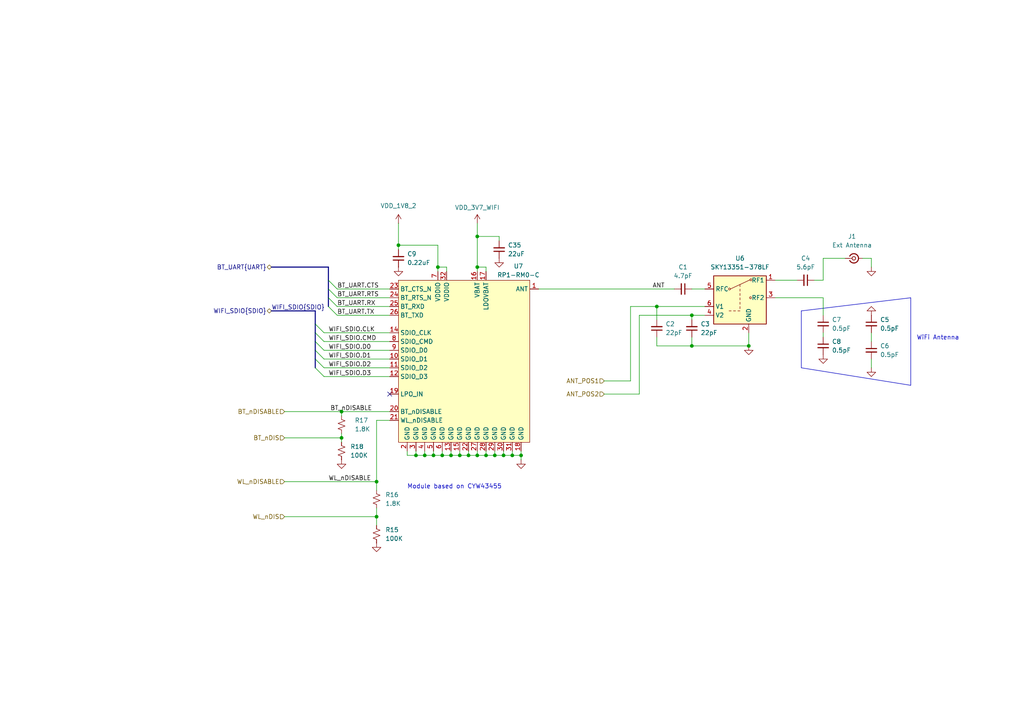
<source format=kicad_sch>
(kicad_sch (version 20250114) (generator "eeschema") (generator_version "9.0")
  (paper "A4")
  (title_block (title "RPi CM5 WiFi") (comment 2 "Guaranteed to be inaccurate") (comment 3 "License: CC BY-SA 4.0 (https://creativecommons.org/licenses/by-sa/4.0/)") (comment 4 "Reverse engineered by Tube Time"))
  (lib_symbols
    (symbol "CM5:RP1-RM0-C"
      (property "Reference" "U" (at 28.194 4.064 0))
      (property "Value" "RP1-RM0-C" (at 33.528 1.524 0))
      (symbol "RP1-RM0-C_1_1"
        (rectangle (start 0 0) (end 38.1 -46.99) (fill (type background)))
        (pin input line (at -2.54 -2.54 0) (length 2.54) (name "BT_CTS_N") (number "23"))
        (pin output line (at -2.54 -5.08 0) (length 2.54) (name "BT_RTS_N") (number "24"))
        (pin input line (at -2.54 -7.62 0) (length 2.54) (name "BT_RXD") (number "25"))
        (pin output line (at -2.54 -10.16 0) (length 2.54) (name "BT_TXD") (number "26"))
        (pin input line (at -2.54 -15.24 0) (length 2.54) (name "SDIO_CLK") (number "14"))
        (pin bidirectional line (at -2.54 -17.78 0) (length 2.54) (name "SDIO_CMD") (number "8"))
        (pin bidirectional line (at -2.54 -20.32 0) (length 2.54) (name "SDIO_D0") (number "9"))
        (pin bidirectional line (at -2.54 -22.86 0) (length 2.54) (name "SDIO_D1") (number "10"))
        (pin bidirectional line (at -2.54 -25.4 0) (length 2.54) (name "SDIO_D2") (number "11"))
        (pin bidirectional line (at -2.54 -27.94 0) (length 2.54) (name "SDIO_D3") (number "12"))
        (pin input line (at -2.54 -33.02 0) (length 2.54) (name "LPO_IN") (number "19"))
        (pin input line (at -2.54 -38.1 0) (length 2.54) (name "BT_nDISABLE") (number "20"))
        (pin input line (at -2.54 -40.64 0) (length 2.54) (name "WL_nDISABLE") (number "21"))
        (pin power_in line (at 2.54 -49.53 90) (length 2.54) (name "GND") (number "2"))
        (pin power_in line (at 5.08 -49.53 90) (length 2.54) (name "GND") (number "3"))
        (pin power_in line (at 7.62 -49.53 90) (length 2.54) (name "GND") (number "4"))
        (pin power_in line (at 10.16 -49.53 90) (length 2.54) (name "GND") (number "5"))
        (pin power_in line (at 11.43 2.54 270) (length 2.54) (name "VDDIO") (number "7"))
        (pin power_in line (at 12.7 -49.53 90) (length 2.54) (name "GND") (number "6"))
        (pin power_in line (at 13.97 2.54 270) (length 2.54) (name "VDDIO") (number "32"))
        (pin power_in line (at 15.24 -49.53 90) (length 2.54) (name "GND") (number "13"))
        (pin power_in line (at 17.78 -49.53 90) (length 2.54) (name "GND") (number "15"))
        (pin power_in line (at 20.32 -49.53 90) (length 2.54) (name "GND") (number "22"))
        (pin power_in line (at 22.86 2.54 270) (length 2.54) (name "VBAT") (number "16"))
        (pin power_in line (at 22.86 -49.53 90) (length 2.54) (name "GND") (number "27"))
        (pin power_in line (at 25.4 2.54 270) (length 2.54) (name "LDOVBAT") (number "17"))
        (pin power_in line (at 25.4 -49.53 90) (length 2.54) (name "GND") (number "28"))
        (pin power_in line (at 27.94 -49.53 90) (length 2.54) (name "GND") (number "29"))
        (pin power_in line (at 30.48 -49.53 90) (length 2.54) (name "GND") (number "30"))
        (pin power_in line (at 33.02 -49.53 90) (length 2.54) (name "GND") (number "31"))
        (pin power_in line (at 35.56 -49.53 90) (length 2.54) (name "GND") (number "18"))
        (pin passive line (at 40.64 -2.54 180) (length 2.54) (name "ANT") (number "1"))
      )
    )
    (symbol "Connector:Conn_Coaxial_Small" (pin_numbers (hide yes)) (pin_names (offset 1.016) (hide yes))
      (property "Reference" "J" (at 0.254 3.048 0))
      (property "Value" "Conn_Coaxial_Small" (at 0 -3.81 0))
      (symbol "Conn_Coaxial_Small_0_1"
        (polyline (pts (xy -2.54 0) (xy -0.508 0)))
        (circle (center 0 0) (radius 0.508) (stroke (width 0.2032)))
      )
      (symbol "Conn_Coaxial_Small_1_1"
        (arc (start 1.3484 0.0039) (mid 0.327 -1.308) (end -1.1916 -0.6311) (stroke (width 0.3048)))
        (arc (start -1.1916 0.6311) (mid 0.327 1.3081) (end 1.3484 -0.0039) (stroke (width 0.3048)))
        (pin passive line (at -2.54 0 0) (length 1.27) (name "In") (number "1"))
        (pin passive line (at 2.54 0 180) (length 1.27) (name "Ext") (number "2"))
      )
    )
    (symbol "Device:C_Small" (pin_numbers (hide yes)) (pin_names (offset 0.254) (hide yes))
      (property "Reference" "C" (at 0.254 1.778 0))
      (property "Value" "C_Small" (at 0.254 -2.032 0))
      (symbol "C_Small_0_1"
        (polyline (pts (xy -1.524 0.508) (xy 1.524 0.508)) (stroke (width 0.3048)))
        (polyline (pts (xy -1.524 -0.508) (xy 1.524 -0.508)) (stroke (width 0.3302)))
      )
      (symbol "C_Small_1_1"
        (pin passive line (at 0 2.54 270) (length 2.032) (name "~") (number "1"))
        (pin passive line (at 0 -2.54 90) (length 2.032) (name "~") (number "2"))
      )
    )
    (symbol "Device:R_Small_US" (pin_numbers (hide yes)) (pin_names (offset 0.254) (hide yes))
      (property "Reference" "R" (at 0.762 0.508 0))
      (property "Value" "R_Small_US" (at 0.762 -1.016 0))
      (symbol "R_Small_US_1_1"
        (polyline (pts (xy 0 1.524) (xy 1.016 1.143) (xy 0 0.762) (xy -1.016 0.381) (xy 0 0)))
        (polyline (pts (xy 0 0) (xy 1.016 -0.381) (xy 0 -0.762) (xy -1.016 -1.143) (xy 0 -1.524)))
        (pin passive line (at 0 2.54 270) (length 1.016) (name "~") (number "1"))
        (pin passive line (at 0 -2.54 90) (length 1.016) (name "~") (number "2"))
      )
    )
    (symbol "RF_Switch:MASWSS0136"
      (property "Reference" "U" (at -7.62 7.62 0))
      (property "Value" "MASWSS0136" (at 3.81 7.62 0))
      (symbol "MASWSS0136_0_1"
        (polyline (pts (xy -3.175 -3.81) (xy -2.54 -3.81)))
        (circle (center -3.048 2.54) (radius 0.2794))
        (polyline (pts (xy -2.794 2.54) (xy 2.921 5.207)))
        (polyline (pts (xy -1.905 -3.81) (xy -1.27 -3.81)))
        (polyline (pts (xy -0.635 -3.81) (xy 0 -3.81)))
        (polyline (pts (xy 0 3.175) (xy 0 3.81)))
        (polyline (pts (xy 0 1.905) (xy 0 2.54)))
        (polyline (pts (xy 0 0.635) (xy 0 1.27)))
        (polyline (pts (xy 0 -0.635) (xy 0 0)))
        (polyline (pts (xy 0 -1.905) (xy 0 -1.27)))
        (polyline (pts (xy 0 -3.175) (xy 0 -2.54)))
        (circle (center 3.048 0) (radius 0.2794))
        (circle (center 3.175 5.207) (radius 0.2794))
        (rectangle (start 7.62 -7.62) (end -7.62 6.35) (stroke (width 0.254)) (fill (type background)))
      )
      (symbol "MASWSS0136_1_1"
        (pin passive line (at -10.16 2.54 0) (length 2.54) (name "RFC") (number "5"))
        (pin input line (at -10.16 -2.54 0) (length 2.54) (name "V1") (number "6"))
        (pin input line (at -10.16 -5.08 0) (length 2.54) (name "V2") (number "4"))
        (pin power_in line (at 2.54 -10.16 90) (length 2.54) (name "GND") (number "2"))
        (pin passive line (at 10.16 5.08 180) (length 2.54) (name "RF1") (number "1"))
        (pin passive line (at 10.16 0 180) (length 2.54) (name "RF2") (number "3"))
      )
    )
    (symbol "power:+3.3V" (power) (pin_numbers (hide yes)) (pin_names (offset 0) (hide yes))
      (property "Value" "+3.3V" (at 0 3.556 0))
      (symbol "+3.3V_0_1"
        (polyline (pts (xy -0.762 1.27) (xy 0 2.54)))
        (polyline (pts (xy 0 2.54) (xy 0.762 1.27)))
        (polyline (pts (xy 0 0) (xy 0 2.54)))
      )
      (symbol "+3.3V_1_1"
        (pin power_in line (at 0 0 90) (length 0) (name "~") (number "1"))
      )
    )
    (symbol "power:+5V" (power) (pin_numbers (hide yes)) (pin_names (offset 0) (hide yes))
      (property "Value" "+5V" (at 0 3.556 0))
      (symbol "+5V_0_1"
        (polyline (pts (xy -0.762 1.27) (xy 0 2.54)))
        (polyline (pts (xy 0 2.54) (xy 0.762 1.27)))
        (polyline (pts (xy 0 0) (xy 0 2.54)))
      )
      (symbol "+5V_1_1"
        (pin power_in line (at 0 0 90) (length 0) (name "~") (number "1"))
      )
    )
    (symbol "power:GND" (power) (pin_numbers (hide yes)) (pin_names (offset 0) (hide yes))
      (property "Value" "GND" (at 0 -3.81 0))
      (symbol "GND_0_1"
        (polyline (pts (xy 0 0) (xy 0 -1.27) (xy 1.27 -1.27) (xy 0 -2.54) (xy -1.27 -1.27) (xy 0 -1.27)))
      )
      (symbol "GND_1_1"
        (pin power_in line (at 0 0 270) (length 0) (name "~") (number "1"))
      )
    )
  )
  (bus_alias "SDIO" (members "CLK" "CMD" "D0" "D1" "D2" "D3"))
  (text "Module based on CYW43455" (at 131.826 141.224 0) (effects (font (size 1.27 1.27))))
  (text "WiFi Antenna" (at 272.034 98.044 0) (effects (font (size 1.27 1.27))))
  (junction (at 146.05 132.08))
  (junction (at 217.17 100.33))
  (junction (at 123.19 132.08))
  (junction (at 130.81 132.08))
  (junction (at 151.13 132.08))
  (junction (at 128.27 132.08))
  (junction (at 148.59 132.08))
  (junction (at 115.57 71.12))
  (junction (at 125.73 132.08))
  (junction (at 127 77.47))
  (junction (at 140.97 132.08))
  (junction (at 135.89 132.08))
  (junction (at 99.06 119.38))
  (junction (at 133.35 132.08))
  (junction (at 138.43 68.58))
  (junction (at 99.06 127))
  (junction (at 109.22 139.7))
  (junction (at 138.43 132.08))
  (junction (at 109.22 149.86))
  (junction (at 138.43 77.47))
  (junction (at 120.65 132.08))
  (junction (at 143.51 132.08))
  (junction (at 200.66 100.33))
  (junction (at 190.5 88.9))
  (junction (at 200.66 91.44))
  (no_connect (at 113.03 114.3))
  (bus_entry (at 95.25 88.9) (size 2.54 2.54))
  (bus_entry (at 91.44 99.06) (size 2.54 2.54))
  (bus_entry (at 91.44 96.52) (size 2.54 2.54))
  (bus_entry (at 91.44 93.98) (size 2.54 2.54))
  (bus_entry (at 95.25 86.36) (size 2.54 2.54))
  (bus_entry (at 95.25 81.28) (size 2.54 2.54))
  (bus_entry (at 91.44 101.6) (size 2.54 2.54))
  (bus_entry (at 91.44 106.68) (size 2.54 2.54))
  (bus_entry (at 91.44 104.14) (size 2.54 2.54))
  (bus_entry (at 95.25 83.82) (size 2.54 2.54))
  (wire (pts (xy 148.59 132.08) (xy 148.59 130.81)))
  (wire (pts (xy 99.06 127) (xy 99.06 128.27)))
  (wire (pts (xy 118.11 132.08) (xy 118.11 130.81)))
  (wire (pts (xy 236.22 81.28) (xy 238.76 81.28)))
  (wire (pts (xy 156.21 83.82) (xy 195.58 83.82)))
  (wire (pts (xy 238.76 96.52) (xy 238.76 97.79)))
  (wire (pts (xy 93.98 96.52) (xy 113.03 96.52)))
  (wire (pts (xy 138.43 64.77) (xy 138.43 68.58)))
  (wire (pts (xy 109.22 149.86) (xy 109.22 152.4)))
  (wire (pts (xy 93.98 99.06) (xy 113.03 99.06)))
  (wire (pts (xy 97.79 83.82) (xy 113.03 83.82)))
  (bus (pts (xy 91.44 96.52) (xy 91.44 99.06)))
  (wire (pts (xy 138.43 77.47) (xy 138.43 78.74)))
  (wire (pts (xy 140.97 132.08) (xy 140.97 130.81)))
  (wire (pts (xy 123.19 132.08) (xy 125.73 132.08)))
  (wire (pts (xy 148.59 132.08) (xy 151.13 132.08)))
  (wire (pts (xy 82.55 139.7) (xy 109.22 139.7)))
  (wire (pts (xy 146.05 132.08) (xy 148.59 132.08)))
  (wire (pts (xy 115.57 64.77) (xy 115.57 71.12)))
  (bus (pts (xy 95.25 88.9) (xy 95.25 86.36)))
  (wire (pts (xy 146.05 132.08) (xy 146.05 130.81)))
  (wire (pts (xy 93.98 101.6) (xy 113.03 101.6)))
  (wire (pts (xy 127 71.12) (xy 127 77.47)))
  (bus (pts (xy 95.25 86.36) (xy 95.25 83.82)))
  (wire (pts (xy 93.98 106.68) (xy 113.03 106.68)))
  (wire (pts (xy 130.81 132.08) (xy 133.35 132.08)))
  (wire (pts (xy 151.13 133.35) (xy 151.13 132.08)))
  (wire (pts (xy 200.66 91.44) (xy 185.42 91.44)))
  (wire (pts (xy 129.54 78.74) (xy 129.54 77.47)))
  (wire (pts (xy 113.03 121.92) (xy 109.22 121.92)))
  (wire (pts (xy 130.81 132.08) (xy 130.81 130.81)))
  (wire (pts (xy 217.17 100.33) (xy 200.66 100.33)))
  (wire (pts (xy 82.55 119.38) (xy 99.06 119.38)))
  (bus (pts (xy 78.74 77.47) (xy 95.25 77.47)))
  (wire (pts (xy 238.76 91.44) (xy 238.76 86.36)))
  (wire (pts (xy 140.97 78.74) (xy 140.97 77.47)))
  (wire (pts (xy 82.55 149.86) (xy 109.22 149.86)))
  (bus (pts (xy 91.44 104.14) (xy 91.44 106.68)))
  (wire (pts (xy 138.43 77.47) (xy 140.97 77.47)))
  (wire (pts (xy 190.5 88.9) (xy 182.88 88.9)))
  (bus (pts (xy 95.25 81.28) (xy 95.25 77.47)))
  (wire (pts (xy 200.66 100.33) (xy 190.5 100.33)))
  (wire (pts (xy 125.73 132.08) (xy 128.27 132.08)))
  (wire (pts (xy 143.51 132.08) (xy 143.51 130.81)))
  (wire (pts (xy 185.42 91.44) (xy 185.42 114.3)))
  (wire (pts (xy 82.55 127) (xy 99.06 127)))
  (wire (pts (xy 138.43 132.08) (xy 138.43 130.81)))
  (wire (pts (xy 120.65 132.08) (xy 120.65 130.81)))
  (wire (pts (xy 252.73 74.93) (xy 252.73 77.47)))
  (wire (pts (xy 123.19 132.08) (xy 123.19 130.81)))
  (wire (pts (xy 252.73 96.52) (xy 252.73 99.06)))
  (wire (pts (xy 238.76 81.28) (xy 238.76 74.93)))
  (wire (pts (xy 135.89 132.08) (xy 135.89 130.81)))
  (wire (pts (xy 99.06 119.38) (xy 99.06 120.65)))
  (bus (pts (xy 91.44 99.06) (xy 91.44 101.6)))
  (wire (pts (xy 115.57 71.12) (xy 127 71.12)))
  (wire (pts (xy 109.22 121.92) (xy 109.22 139.7)))
  (wire (pts (xy 151.13 132.08) (xy 151.13 130.81)))
  (wire (pts (xy 99.06 125.73) (xy 99.06 127)))
  (wire (pts (xy 217.17 96.52) (xy 217.17 100.33)))
  (wire (pts (xy 175.26 114.3) (xy 185.42 114.3)))
  (wire (pts (xy 252.73 104.14) (xy 252.73 106.68)))
  (polyline (pts (xy 232.41 90.17) (xy 232.41 106.68)))
  (wire (pts (xy 138.43 68.58) (xy 138.43 77.47)))
  (wire (pts (xy 133.35 132.08) (xy 133.35 130.81)))
  (wire (pts (xy 144.78 69.85) (xy 144.78 68.58)))
  (wire (pts (xy 118.11 132.08) (xy 120.65 132.08)))
  (polyline (pts (xy 232.41 90.17) (xy 264.16 86.36)))
  (wire (pts (xy 200.66 97.79) (xy 200.66 100.33)))
  (wire (pts (xy 127 77.47) (xy 127 78.74)))
  (wire (pts (xy 97.79 91.44) (xy 113.03 91.44)))
  (wire (pts (xy 200.66 92.71) (xy 200.66 91.44)))
  (wire (pts (xy 190.5 92.71) (xy 190.5 88.9)))
  (wire (pts (xy 190.5 97.79) (xy 190.5 100.33)))
  (wire (pts (xy 133.35 132.08) (xy 135.89 132.08)))
  (wire (pts (xy 97.79 88.9) (xy 113.03 88.9)))
  (wire (pts (xy 120.65 132.08) (xy 123.19 132.08)))
  (wire (pts (xy 127 77.47) (xy 129.54 77.47)))
  (wire (pts (xy 109.22 139.7) (xy 109.22 142.24)))
  (polyline (pts (xy 232.41 106.68) (xy 264.16 111.76)))
  (polyline (pts (xy 264.16 111.76) (xy 264.16 86.36)))
  (bus (pts (xy 95.25 83.82) (xy 95.25 81.28)))
  (bus (pts (xy 78.74 90.17) (xy 91.44 90.17)))
  (wire (pts (xy 200.66 83.82) (xy 204.47 83.82)))
  (wire (pts (xy 138.43 132.08) (xy 140.97 132.08)))
  (wire (pts (xy 97.79 86.36) (xy 113.03 86.36)))
  (wire (pts (xy 238.76 86.36) (xy 224.79 86.36)))
  (wire (pts (xy 144.78 68.58) (xy 138.43 68.58)))
  (bus (pts (xy 91.44 101.6) (xy 91.44 104.14)))
  (wire (pts (xy 224.79 81.28) (xy 231.14 81.28)))
  (wire (pts (xy 128.27 132.08) (xy 130.81 132.08)))
  (wire (pts (xy 175.26 110.49) (xy 182.88 110.49)))
  (wire (pts (xy 182.88 88.9) (xy 182.88 110.49)))
  (wire (pts (xy 250.19 74.93) (xy 252.73 74.93)))
  (wire (pts (xy 125.73 132.08) (xy 125.73 130.81)))
  (wire (pts (xy 238.76 74.93) (xy 245.11 74.93)))
  (wire (pts (xy 93.98 104.14) (xy 113.03 104.14)))
  (wire (pts (xy 140.97 132.08) (xy 143.51 132.08)))
  (wire (pts (xy 93.98 109.22) (xy 113.03 109.22)))
  (wire (pts (xy 128.27 132.08) (xy 128.27 130.81)))
  (wire (pts (xy 200.66 91.44) (xy 204.47 91.44)))
  (bus (pts (xy 91.44 93.98) (xy 91.44 96.52)))
  (wire (pts (xy 99.06 119.38) (xy 113.03 119.38)))
  (wire (pts (xy 115.57 72.39) (xy 115.57 71.12)))
  (wire (pts (xy 109.22 147.32) (xy 109.22 149.86)))
  (wire (pts (xy 190.5 88.9) (xy 204.47 88.9)))
  (wire (pts (xy 143.51 132.08) (xy 146.05 132.08)))
  (wire (pts (xy 135.89 132.08) (xy 138.43 132.08)))
  (bus (pts (xy 91.44 90.17) (xy 91.44 93.98)))
  (label "WIFI_SDIO.D0" (at 95.25 101.6 0))
  (label "WIFI_SDIO.CMD" (at 95.25 99.06 0))
  (label "BT_nDISABLE" (at 107.95 119.38 180))
  (label "BT_UART.TX" (at 97.79 91.44 0))
  (label "WIFI_SDIO.D1" (at 95.25 104.14 0))
  (label "WIFI_SDIO.D2" (at 95.25 106.68 0))
  (label "WL_nDISABLE" (at 95.25 139.7 0))
  (label "WIFI_SDIO.D3" (at 95.25 109.22 0))
  (label "BT_UART.RX" (at 97.79 88.9 0))
  (label "WIFI_SDIO.CLK" (at 95.25 96.52 0))
  (label "WIFI_SDIO{SDIO}" (at 78.74 90.17 0))
  (label "BT_UART.RTS" (at 97.79 86.36 0))
  (label "BT_UART.CTS" (at 97.79 83.82 0))
  (label "ANT" (at 189.23 83.82 0))
  (hierarchical_label "ANT_POS1" (shape input) (at 175.26 110.49 180))
  (hierarchical_label "WL_nDISABLE" (shape input) (at 82.55 139.7 180))
  (hierarchical_label "BT_nDIS" (shape input) (at 82.55 127 180))
  (hierarchical_label "BT_nDISABLE" (shape input) (at 82.55 119.38 180))
  (hierarchical_label "WL_nDIS" (shape input) (at 82.55 149.86 180))
  (hierarchical_label "ANT_POS2" (shape input) (at 175.26 114.3 180))
  (hierarchical_label "BT_UART{UART}" (shape bidirectional) (at 78.74 77.47 180))
  (hierarchical_label "WIFI_SDIO{SDIO}" (shape bidirectional) (at 78.74 90.17 180))
  (symbol (lib_id "Device:R_Small_US") (at 109.22 144.78 0) (unit 1)
    (property "Reference" "R16" (at 111.76 143.5099 0) (effects (justify left)))
    (property "Value" "1.8K" (at 111.76 146.0499 0) (effects (justify left)))
    (property "Footprint" "Resistor_SMD:R_0201_0603Metric" (effects (hide yes)))
  )
  (symbol (lib_id "Device:C_Small") (at 252.73 93.98 0) (unit 1)
    (property "Reference" "C5" (at 255.27 92.7162 0) (effects (justify left)))
    (property "Value" "0.5pF" (at 255.27 95.2562 0) (effects (justify left)))
    (property "Footprint" "Capacitor_SMD:C_0201_0603Metric" (effects (hide yes)))
    (property "Description" "Unpolarized capacitor, small symbol" (effects (hide yes)))
  )
  (symbol (lib_id "Device:C_Small") (at 115.57 74.93 180) (unit 1)
    (property "Reference" "C9" (at 118.11 73.6535 0) (effects (justify right)))
    (property "Value" "0.22uF" (at 118.11 76.1935 0) (effects (justify right)))
    (property "Footprint" "Capacitor_SMD:C_0201_0603Metric" (effects (hide yes)))
  )
  (symbol (lib_id "power:GND") (at 238.76 102.87 0) (unit 1)
    (property "Reference" "#PWR03" (effects (hide yes)))
    (property "Value" "GND" (effects (hide yes)))
    (property "Description" "Power symbol creates a global label with name \"GND\" , ground" (effects (hide yes)))
  )
  (symbol (lib_id "Device:C_Small") (at 252.73 101.6 0) (unit 1)
    (property "Reference" "C6" (at 255.27 100.3362 0) (effects (justify left)))
    (property "Value" "0.5pF" (at 255.27 102.8762 0) (effects (justify left)))
    (property "Footprint" "Capacitor_SMD:C_0201_0603Metric" (effects (hide yes)))
    (property "Description" "Unpolarized capacitor, small symbol" (effects (hide yes)))
  )
  (symbol (lib_id "Device:R_Small_US") (at 109.22 154.94 180) (unit 1)
    (property "Reference" "R15" (at 111.76 153.6699 0) (effects (justify right)))
    (property "Value" "100K" (at 111.76 156.2099 0) (effects (justify right)))
    (property "Footprint" "Resistor_SMD:R_0201_0603Metric" (effects (hide yes)))
  )
  (symbol (lib_id "power:GND") (at 109.22 157.48 0) (unit 1)
    (property "Reference" "#PWR020" (effects (hide yes)))
    (property "Value" "GND" (effects (hide yes)))
    (property "Description" "Power symbol creates a global label with name \"GND\" , ground" (effects (hide yes)))
  )
  (symbol (lib_id "power:GND") (at 252.73 91.44 180) (unit 1)
    (property "Reference" "#PWR01" (effects (hide yes)))
    (property "Value" "GND" (effects (hide yes)))
    (property "Description" "Power symbol creates a global label with name \"GND\" , ground" (effects (hide yes)))
  )
  (symbol (lib_id "power:+3.3V") (at 138.43 64.77 0) (unit 1)
    (property "Reference" "#PWR0439" (effects (hide yes)))
    (property "Value" "VDD_3V7_WIFI" (at 138.43 60.198 0))
    (property "Description" "Power symbol creates a global label with name \"+3.3V\"" (effects (hide yes)))
  )
  (symbol (lib_id "Device:C_Small") (at 238.76 100.33 0) (unit 1)
    (property "Reference" "C8" (at 241.3 99.0662 0) (effects (justify left)))
    (property "Value" "0.5pF" (at 241.3 101.6062 0) (effects (justify left)))
    (property "Footprint" "Capacitor_SMD:C_0201_0603Metric" (effects (hide yes)))
    (property "Description" "Unpolarized capacitor, small symbol" (effects (hide yes)))
  )
  (symbol (lib_id "Device:C_Small") (at 198.12 83.82 270) (unit 1)
    (property "Reference" "C1" (at 198.1136 77.47 90))
    (property "Value" "4.7pF" (at 198.1136 80.01 90))
    (property "Footprint" "Capacitor_SMD:C_0201_0603Metric" (effects (hide yes)))
    (property "Description" "Unpolarized capacitor, small symbol" (effects (hide yes)))
  )
  (symbol (lib_id "Device:C_Small") (at 233.68 81.28 270) (unit 1)
    (property "Reference" "C4" (at 233.6736 74.93 90))
    (property "Value" "5.6pF" (at 233.6736 77.47 90))
    (property "Footprint" "Capacitor_SMD:C_0201_0603Metric" (effects (hide yes)))
    (property "Description" "Unpolarized capacitor, small symbol" (effects (hide yes)))
  )
  (symbol (lib_id "CM5:RP1-RM0-C") (at 115.57 81.28 0) (unit 1)
    (property "Reference" "U7" (at 150.368 77.216 0))
    (property "Value" "RP1-RM0-C" (at 150.368 79.756 0))
    (property "Footprint" "Active:RP1-RM0_Module" (effects (hide yes)))
  )
  (symbol (lib_id "Device:C_Small") (at 238.76 93.98 0) (unit 1)
    (property "Reference" "C7" (at 241.3 92.7162 0) (effects (justify left)))
    (property "Value" "0.5pF" (at 241.3 95.2562 0) (effects (justify left)))
    (property "Footprint" "Capacitor_SMD:C_0201_0603Metric" (effects (hide yes)))
    (property "Description" "Unpolarized capacitor, small symbol" (effects (hide yes)))
  )
  (symbol (lib_id "RF_Switch:MASWSS0136") (at 214.63 86.36 0) (unit 1)
    (property "Reference" "U6" (at 214.63 74.93 0))
    (property "Value" "SKY13351-378LF" (at 214.63 77.47 0))
    (property "Footprint" "Package_DFN_QFN:DFN-6-1EP_1.2x1.2mm_P0.4mm_EP0.3x0.94mm_PullBack" (effects (hide yes)))
    (property "Datasheet" "https://cdn.macom.com/datasheets/MASWSS0136.pdf" (effects (hide yes)))
    (property "Description" "Macom GaAs RF SPDT switch, DC-3GHz, 0.4/27dB loss/isolation, SOT-363" (effects (hide yes)))
    (property "Topmark" "K" (effects (hide yes)))
  )
  (symbol (lib_id "power:GND") (at 144.78 74.93 0) (unit 1)
    (property "Reference" "#PWR017" (effects (hide yes)))
    (property "Value" "GND" (effects (hide yes)))
    (property "Description" "Power symbol creates a global label with name \"GND\" , ground" (effects (hide yes)))
  )
  (symbol (lib_id "power:GND") (at 151.13 133.35 0) (unit 1)
    (property "Reference" "#PWR08" (effects (hide yes)))
    (property "Value" "GND" (effects (hide yes)))
    (property "Description" "Power symbol creates a global label with name \"GND\" , ground" (effects (hide yes)))
  )
  (symbol (lib_id "power:GND") (at 115.57 77.47 0) (unit 1)
    (property "Reference" "#PWR016" (effects (hide yes)))
    (property "Value" "GND" (effects (hide yes)))
    (property "Description" "Power symbol creates a global label with name \"GND\" , ground" (effects (hide yes)))
  )
  (symbol (lib_id "power:GND") (at 99.06 133.35 0) (unit 1)
    (property "Reference" "#PWR019" (effects (hide yes)))
    (property "Value" "GND" (effects (hide yes)))
    (property "Description" "Power symbol creates a global label with name \"GND\" , ground" (effects (hide yes)))
  )
  (symbol (lib_id "Device:C_Small") (at 190.5 95.25 180) (unit 1)
    (property "Reference" "C2" (at 193.04 93.9735 0) (effects (justify right)))
    (property "Value" "22pF" (at 193.04 96.5135 0) (effects (justify right)))
    (property "Footprint" "Capacitor_SMD:C_0201_0603Metric" (effects (hide yes)))
    (property "Description" "Unpolarized capacitor, small symbol" (effects (hide yes)))
  )
  (symbol (lib_id "power:GND") (at 217.17 100.33 0) (unit 1)
    (property "Reference" "#PWR06" (effects (hide yes)))
    (property "Value" "GND" (effects (hide yes)))
    (property "Description" "Power symbol creates a global label with name \"GND\" , ground" (effects (hide yes)))
  )
  (symbol (lib_id "power:GND") (at 252.73 77.47 0) (unit 1)
    (property "Reference" "#PWR04" (effects (hide yes)))
    (property "Value" "GND" (effects (hide yes)))
    (property "Description" "Power symbol creates a global label with name \"GND\" , ground" (effects (hide yes)))
  )
  (symbol (lib_id "Device:C_Small") (at 144.78 72.39 180) (unit 1)
    (property "Reference" "C35" (at 147.32 71.1135 0) (effects (justify right)))
    (property "Value" "22uF" (at 147.32 73.6535 0) (effects (justify right)))
    (property "Footprint" "Capacitor_SMD:C_0603_1608Metric" (effects (hide yes)))
  )
  (symbol (lib_id "Device:R_Small_US") (at 99.06 130.81 180) (unit 1)
    (property "Reference" "R18" (at 101.6 129.5399 0) (effects (justify right)))
    (property "Value" "100K" (at 101.6 132.0799 0) (effects (justify right)))
    (property "Footprint" "Resistor_SMD:R_0201_0603Metric" (effects (hide yes)))
  )
  (symbol (lib_id "Connector:Conn_Coaxial_Small") (at 247.65 74.93 0) (unit 1)
    (property "Reference" "J1" (at 247.1304 68.58 0))
    (property "Value" "Ext Antenna" (at 247.1304 71.12 0))
    (property "Footprint" "Connector_Coaxial:U.FL_Molex_MCRF_73412-0110_Vertical" (effects (hide yes)))
    (property "Description" "small coaxial connector (BNC, SMA, SMB, SMC, Cinch/RCA, LEMO, ...)" (effects (hide yes)))
  )
  (symbol (lib_id "power:+5V") (at 115.57 64.77 0) (unit 1)
    (property "Reference" "#PWR0474" (effects (hide yes)))
    (property "Value" "VDD_1V8_2" (at 115.57 59.69 0))
    (property "Description" "Power symbol creates a global label with name \"+5V\"" (effects (hide yes)))
  )
  (symbol (lib_id "Device:C_Small") (at 200.66 95.25 180) (unit 1)
    (property "Reference" "C3" (at 203.2 93.9735 0) (effects (justify right)))
    (property "Value" "22pF" (at 203.2 96.5135 0) (effects (justify right)))
    (property "Footprint" "Capacitor_SMD:C_0201_0603Metric" (effects (hide yes)))
    (property "Description" "Unpolarized capacitor, small symbol" (effects (hide yes)))
  )
  (symbol (lib_id "power:GND") (at 252.73 106.68 0) (unit 1)
    (property "Reference" "#PWR02" (effects (hide yes)))
    (property "Value" "GND" (effects (hide yes)))
    (property "Description" "Power symbol creates a global label with name \"GND\" , ground" (effects (hide yes)))
  )
  (symbol (lib_id "Device:R_Small_US") (at 99.06 123.19 180) (unit 1)
    (property "Reference" "R17" (at 102.87 121.9199 0) (effects (justify right)))
    (property "Value" "1.8K" (at 102.87 124.4599 0) (effects (justify right)))
    (property "Footprint" "Resistor_SMD:R_0201_0603Metric" (effects (hide yes)))
  )
)
</source>
